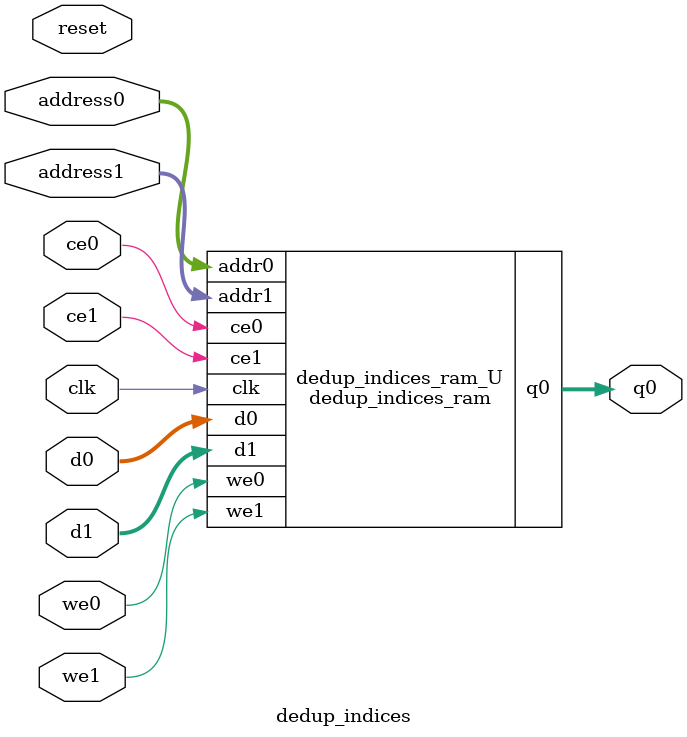
<source format=v>

`timescale 1 ns / 1 ps
module dedup_indices_ram (addr0, ce0, d0, we0, q0, addr1, ce1, d1, we1,  clk);

parameter DWIDTH = 13;
parameter AWIDTH = 3;
parameter MEM_SIZE = 7;

input[AWIDTH-1:0] addr0;
input ce0;
input[DWIDTH-1:0] d0;
input we0;
output reg[DWIDTH-1:0] q0;
input[AWIDTH-1:0] addr1;
input ce1;
input[DWIDTH-1:0] d1;
input we1;
input clk;

(* ram_style = "block" *)reg [DWIDTH-1:0] ram[MEM_SIZE-1:0];




always @(posedge clk)  
begin 
    if (ce0) 
    begin
        if (we0) 
        begin 
            ram[addr0] <= d0; 
            q0 <= d0;
        end 
        else 
            q0 <= ram[addr0];
    end
end


always @(posedge clk)  
begin 
    if (ce1) 
    begin
        if (we1) 
        begin 
            ram[addr1] <= d1; 
        end 
    end
end


endmodule


`timescale 1 ns / 1 ps
module dedup_indices(
    reset,
    clk,
    address0,
    ce0,
    we0,
    d0,
    q0,
    address1,
    ce1,
    we1,
    d1);

parameter DataWidth = 32'd13;
parameter AddressRange = 32'd7;
parameter AddressWidth = 32'd3;
input reset;
input clk;
input[AddressWidth - 1:0] address0;
input ce0;
input we0;
input[DataWidth - 1:0] d0;
output[DataWidth - 1:0] q0;
input[AddressWidth - 1:0] address1;
input ce1;
input we1;
input[DataWidth - 1:0] d1;



dedup_indices_ram dedup_indices_ram_U(
    .clk( clk ),
    .addr0( address0 ),
    .ce0( ce0 ),
    .d0( d0 ),
    .we0( we0 ),
    .q0( q0 ),
    .addr1( address1 ),
    .ce1( ce1 ),
    .d1( d1 ),
    .we1( we1 ));

endmodule


</source>
